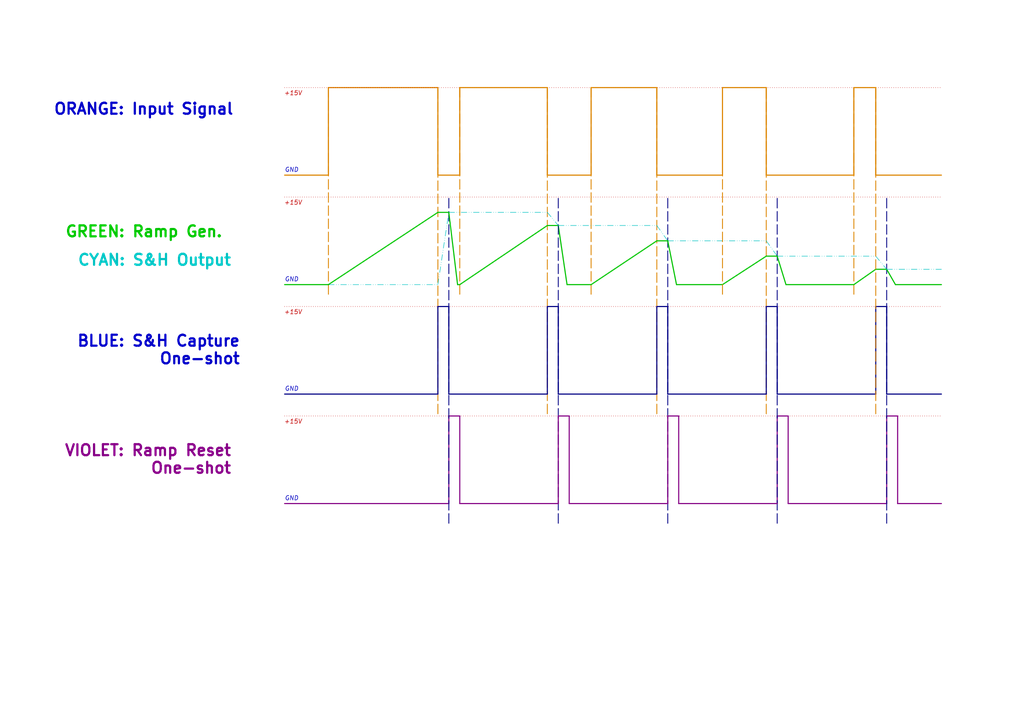
<source format=kicad_sch>
(kicad_sch (version 20230121) (generator eeschema)
  (paper "A4")
  (title_block (title "PWM Receiver/Demodulator Timing Diagram") (date "2024-03-16") (rev "0") (company "ZAM Industries, LLC") (comment 1 "Drawn By: Mark Vaughn"))
  (lib_symbols)
  (polyline (pts (xy 171.45 82.55) (xy 190.5 69.85)) (stroke (width 0.3175) (color 0 194 0 1)))
  (polyline (pts (xy 127 50.8) (xy 133.35 50.8)) (stroke (width 0.3175) (color 221 133 0 1)))
  (polyline (pts (xy 82.55 57.15) (xy 273.05 57.15)) (stroke (width 0) (type dot) (color 194 0 0 1)))
  (polyline (pts (xy 257.175 146.05) (xy 257.175 120.65)) (stroke (width 0.3175) (color 132 0 132 1)))
  (polyline (pts (xy 193.675 88.9) (xy 193.675 114.3)) (stroke (width 0.3175) (color 0 0 132 1)))
  (polyline (pts (xy 190.5 88.9) (xy 193.675 88.9)) (stroke (width 0.3175) (color 0 0 132 1)))
  (polyline (pts (xy 225.425 74.295) (xy 254 74.295)) (stroke (width 0) (type dash_dot_dot) (color 0 194 194 1)))
  (polyline (pts (xy 257.175 78.105) (xy 273.05 78.105)) (stroke (width 0) (type dash_dot_dot) (color 0 194 194 1)))
  (polyline (pts (xy 161.925 65.405) (xy 164.465 82.55)) (stroke (width 0.3175) (color 0 194 0 1)))
  (polyline (pts (xy 247.65 25.4) (xy 254 25.4)) (stroke (width 0.3175) (color 221 133 0 1)))
  (polyline (pts (xy 133.35 120.65) (xy 133.35 146.05)) (stroke (width 0.3175) (color 132 0 132 1)))
  (polyline (pts (xy 209.55 82.55) (xy 222.25 74.295)) (stroke (width 0.3175) (color 0 194 0 1)))
  (polyline (pts (xy 225.425 120.65) (xy 225.425 146.05)) (stroke (width 0.3175) (color 132 0 132 1)))
  (polyline (pts (xy 165.1 146.05) (xy 193.675 146.05)) (stroke (width 0.3175) (color 132 0 132 1)))
  (polyline (pts (xy 254 74.295) (xy 257.175 78.105)) (stroke (width 0) (type dash_dot_dot) (color 0 194 194 1)))
  (polyline (pts (xy 193.675 146.05) (xy 193.675 120.65)) (stroke (width 0.3175) (color 132 0 132 1)))
  (polyline (pts (xy 127 88.9) (xy 130.175 88.9)) (stroke (width 0.3175) (color 0 0 132 1)))
  (polyline (pts (xy 193.675 151.765) (xy 193.675 57.15)) (stroke (width 0.254) (type dash) (color 0 0 132 1)))
  (polyline (pts (xy 165.1 120.65) (xy 165.1 146.05)) (stroke (width 0.3175) (color 132 0 132 1)))
  (polyline (pts (xy 247.65 25.4) (xy 247.65 85.725)) (stroke (width 0.254) (type dash) (color 221 133 0 1)))
  (polyline (pts (xy 127 114.3) (xy 127 88.9)) (stroke (width 0.3175) (color 0 0 132 1)))
  (polyline (pts (xy 257.175 120.65) (xy 260.35 120.65)) (stroke (width 0.3175) (color 132 0 132 1)))
  (polyline (pts (xy 225.425 74.295) (xy 227.965 82.55)) (stroke (width 0.3175) (color 0 194 0 1)))
  (polyline (pts (xy 130.175 61.595) (xy 132.715 82.55)) (stroke (width 0.3175) (color 0 194 0 1)))
  (polyline (pts (xy 254 120.015) (xy 254 25.4)) (stroke (width 0.254) (type dash) (color 221 133 0 1)))
  (polyline (pts (xy 171.45 25.4) (xy 190.5 25.4)) (stroke (width 0.3175) (color 221 133 0 1)))
  (polyline (pts (xy 254 78.105) (xy 257.175 78.105)) (stroke (width 0.3175) (color 0 194 0 1)))
  (polyline (pts (xy 222.25 25.4) (xy 222.25 50.8)) (stroke (width 0.3175) (color 221 133 0 1)))
  (polyline (pts (xy 190.5 120.015) (xy 190.5 25.4)) (stroke (width 0.254) (type dash) (color 221 133 0 1)))
  (polyline (pts (xy 222.25 69.85) (xy 225.425 74.295)) (stroke (width 0) (type dash_dot_dot) (color 0 194 194 1)))
  (polyline (pts (xy 82.55 25.4) (xy 273.05 25.4)) (stroke (width 0) (type dot) (color 194 0 0 1)))
  (polyline (pts (xy 171.45 50.8) (xy 171.45 25.4)) (stroke (width 0.3175) (color 221 133 0 1)))
  (polyline (pts (xy 257.175 88.9) (xy 257.175 114.3)) (stroke (width 0.3175) (color 0 0 132 1)))
  (polyline (pts (xy 209.55 25.4) (xy 222.25 25.4)) (stroke (width 0.3175) (color 221 133 0 1)))
  (polyline (pts (xy 161.925 120.65) (xy 165.1 120.65)) (stroke (width 0.3175) (color 132 0 132 1)))
  (polyline (pts (xy 158.75 61.595) (xy 161.925 65.405)) (stroke (width 0) (type dash_dot_dot) (color 0 194 194 1)))
  (polyline (pts (xy 133.35 25.4) (xy 158.75 25.4)) (stroke (width 0.3175) (color 221 133 0 1)))
  (polyline (pts (xy 257.175 78.105) (xy 259.715 82.55)) (stroke (width 0.3175) (color 0 194 0 1)))
  (polyline (pts (xy 158.75 120.015) (xy 158.75 25.4)) (stroke (width 0.254) (type dash) (color 221 133 0 1)))
  (polyline (pts (xy 225.425 151.765) (xy 225.425 57.15)) (stroke (width 0.254) (type dash) (color 0 0 132 1)))
  (polyline (pts (xy 193.675 69.85) (xy 196.215 82.55)) (stroke (width 0.3175) (color 0 194 0 1)))
  (polyline (pts (xy 158.75 65.405) (xy 161.925 65.405)) (stroke (width 0.3175) (color 0 194 0 1)))
  (polyline (pts (xy 227.965 82.55) (xy 247.65 82.55)) (stroke (width 0.3175) (color 0 194 0 1)))
  (polyline (pts (xy 190.5 65.405) (xy 193.675 69.85)) (stroke (width 0) (type dash_dot_dot) (color 0 194 194 1)))
  (polyline (pts (xy 225.425 88.9) (xy 225.425 114.3)) (stroke (width 0.3175) (color 0 0 132 1)))
  (polyline (pts (xy 193.675 69.85) (xy 222.25 69.85)) (stroke (width 0) (type dash_dot_dot) (color 0 194 194 1)))
  (polyline (pts (xy 130.175 114.3) (xy 158.75 114.3)) (stroke (width 0.3175) (color 0 0 132 1)))
  (polyline (pts (xy 127 82.55) (xy 130.175 61.595)) (stroke (width 0) (type dash_dot_dot) (color 0 194 194 1)))
  (polyline (pts (xy 130.175 61.595) (xy 158.75 61.595)) (stroke (width 0) (type dash_dot_dot) (color 0 194 194 1)))
  (polyline (pts (xy 190.5 50.8) (xy 209.55 50.8)) (stroke (width 0.3175) (color 221 133 0 1)))
  (polyline (pts (xy 196.85 120.65) (xy 196.85 146.05)) (stroke (width 0.3175) (color 132 0 132 1)))
  (polyline (pts (xy 225.425 114.3) (xy 254 114.3)) (stroke (width 0.3175) (color 0 0 132 1)))
  (polyline (pts (xy 82.55 114.3) (xy 127 114.3)) (stroke (width 0.3175) (color 0 0 132 1)))
  (polyline (pts (xy 196.85 146.05) (xy 225.425 146.05)) (stroke (width 0.3175) (color 132 0 132 1)))
  (polyline (pts (xy 259.715 82.55) (xy 273.05 82.55)) (stroke (width 0.3175) (color 0 194 0 1)))
  (polyline (pts (xy 95.25 25.4) (xy 95.25 85.725)) (stroke (width 0.254) (type dash) (color 221 133 0 1)))
  (polyline (pts (xy 133.35 146.05) (xy 161.925 146.05)) (stroke (width 0.3175) (color 132 0 132 1)))
  (polyline (pts (xy 209.55 50.8) (xy 209.55 25.4)) (stroke (width 0.3175) (color 221 133 0 1)))
  (polyline (pts (xy 82.55 120.65) (xy 273.05 120.65)) (stroke (width 0) (type dot) (color 194 0 0 1)))
  (polyline (pts (xy 158.75 25.4) (xy 158.75 50.8)) (stroke (width 0.3175) (color 221 133 0 1)))
  (polyline (pts (xy 158.75 88.9) (xy 161.925 88.9)) (stroke (width 0.3175) (color 0 0 132 1)))
  (polyline (pts (xy 222.25 74.295) (xy 225.425 74.295)) (stroke (width 0.3175) (color 0 194 0 1)))
  (polyline (pts (xy 222.25 88.9) (xy 225.425 88.9)) (stroke (width 0.3175) (color 0 0 132 1)))
  (polyline (pts (xy 161.925 151.765) (xy 161.925 57.15)) (stroke (width 0.254) (type dash) (color 0 0 132 1)))
  (polyline (pts (xy 127 120.015) (xy 127 25.4)) (stroke (width 0.254) (type dash) (color 221 133 0 1)))
  (polyline (pts (xy 127 61.595) (xy 130.175 61.595)) (stroke (width 0.3175) (color 0 194 0 1)))
  (polyline (pts (xy 193.675 120.65) (xy 196.85 120.65)) (stroke (width 0.3175) (color 132 0 132 1)))
  (polyline (pts (xy 254 25.4) (xy 254 50.8)) (stroke (width 0.3175) (color 221 133 0 1)))
  (polyline (pts (xy 247.65 82.55) (xy 254 78.105)) (stroke (width 0.3175) (color 0 194 0 1)))
  (polyline (pts (xy 254 88.9) (xy 257.175 88.9)) (stroke (width 0.3175) (color 0 0 132 1)))
  (polyline (pts (xy 161.925 65.405) (xy 190.5 65.405)) (stroke (width 0) (type dash_dot_dot) (color 0 194 194 1)))
  (polyline (pts (xy 164.465 82.55) (xy 171.45 82.55)) (stroke (width 0.3175) (color 0 194 0 1)))
  (polyline (pts (xy 171.45 25.4) (xy 171.45 85.725)) (stroke (width 0.254) (type dash) (color 221 133 0 1)))
  (polyline (pts (xy 260.35 146.05) (xy 273.05 146.05)) (stroke (width 0.3175) (color 132 0 132 1)))
  (polyline (pts (xy 228.6 120.65) (xy 228.6 146.05)) (stroke (width 0.3175) (color 132 0 132 1)))
  (polyline (pts (xy 190.5 114.3) (xy 190.5 88.9)) (stroke (width 0.3175) (color 0 0 132 1)))
  (polyline (pts (xy 190.5 25.4) (xy 190.5 50.8)) (stroke (width 0.3175) (color 221 133 0 1)))
  (polyline (pts (xy 130.175 151.765) (xy 130.175 57.15)) (stroke (width 0.254) (type dash) (color 0 0 132 1)))
  (polyline (pts (xy 95.25 25.4) (xy 127 25.4)) (stroke (width 0.3175) (color 221 133 0 1)))
  (polyline (pts (xy 260.35 120.65) (xy 260.35 146.05)) (stroke (width 0.3175) (color 132 0 132 1)))
  (polyline (pts (xy 228.6 146.05) (xy 257.175 146.05)) (stroke (width 0.3175) (color 132 0 132 1)))
  (polyline (pts (xy 158.75 114.3) (xy 158.75 88.9)) (stroke (width 0.3175) (color 0 0 132 1)))
  (polyline (pts (xy 82.55 146.05) (xy 130.175 146.05)) (stroke (width 0.3175) (color 132 0 132 1)))
  (polyline (pts (xy 161.925 114.3) (xy 190.5 114.3)) (stroke (width 0.3175) (color 0 0 132 1)))
  (polyline (pts (xy 222.25 88.9) (xy 222.25 114.3)) (stroke (width 0.3175) (color 0 0 132 1)))
  (polyline (pts (xy 127 25.4) (xy 127 50.8)) (stroke (width 0.3175) (color 221 133 0 1)))
  (polyline (pts (xy 132.715 82.55) (xy 133.35 82.55)) (stroke (width 0.3175) (color 0 194 0 1)))
  (polyline (pts (xy 133.35 25.4) (xy 133.35 85.725)) (stroke (width 0.254) (type dash) (color 221 133 0 1)))
  (polyline (pts (xy 82.55 50.8) (xy 95.25 50.8)) (stroke (width 0.3175) (color 221 133 0 1)))
  (polyline (pts (xy 161.925 146.05) (xy 161.925 120.65)) (stroke (width 0.3175) (color 132 0 132 1)))
  (polyline (pts (xy 222.25 120.015) (xy 222.25 25.4)) (stroke (width 0.254) (type dash) (color 221 133 0 1)))
  (polyline (pts (xy 133.35 82.55) (xy 158.75 65.405)) (stroke (width 0.3175) (color 0 194 0 1)))
  (polyline (pts (xy 82.55 82.55) (xy 95.25 82.55)) (stroke (width 0.3175) (color 0 194 0 1)))
  (polyline (pts (xy 95.25 82.55) (xy 127 82.55)) (stroke (width 0) (type dash_dot_dot) (color 0 194 194 1)))
  (polyline (pts (xy 254 50.8) (xy 273.05 50.8)) (stroke (width 0.3175) (color 221 133 0 1)))
  (polyline (pts (xy 158.75 50.8) (xy 171.45 50.8)) (stroke (width 0.3175) (color 221 133 0 1)))
  (polyline (pts (xy 196.215 82.55) (xy 209.55 82.55)) (stroke (width 0.3175) (color 0 194 0 1)))
  (polyline (pts (xy 82.55 88.9) (xy 273.05 88.9)) (stroke (width 0) (type dot) (color 194 0 0 1)))
  (polyline (pts (xy 257.175 151.765) (xy 257.175 57.15)) (stroke (width 0.254) (type dash) (color 0 0 132 1)))
  (polyline (pts (xy 130.175 120.65) (xy 133.35 120.65)) (stroke (width 0.3175) (color 132 0 132 1)))
  (polyline (pts (xy 257.175 114.3) (xy 273.05 114.3)) (stroke (width 0.3175) (color 0 0 132 1)))
  (polyline (pts (xy 254 114.3) (xy 254 88.9)) (stroke (width 0.3175) (color 0 0 132 1)))
  (polyline (pts (xy 193.675 114.3) (xy 222.25 114.3)) (stroke (width 0.3175) (color 0 0 132 1)))
  (polyline (pts (xy 161.925 88.9) (xy 161.925 114.3)) (stroke (width 0.3175) (color 0 0 132 1)))
  (polyline (pts (xy 222.25 50.8) (xy 247.65 50.8)) (stroke (width 0.3175) (color 221 133 0 1)))
  (polyline (pts (xy 130.175 146.05) (xy 130.175 120.65)) (stroke (width 0.3175) (color 132 0 132 1)))
  (polyline (pts (xy 190.5 69.85) (xy 193.675 69.85)) (stroke (width 0.3175) (color 0 194 0 1)))
  (polyline (pts (xy 95.25 50.8) (xy 95.25 25.4)) (stroke (width 0.3175) (color 221 133 0 1)))
  (polyline (pts (xy 133.35 50.8) (xy 133.35 25.4)) (stroke (width 0.3175) (color 221 133 0 1)))
  (polyline (pts (xy 130.175 88.9) (xy 130.175 114.3)) (stroke (width 0.3175) (color 0 0 132 1)))
  (polyline (pts (xy 247.65 50.8) (xy 247.65 25.4)) (stroke (width 0.3175) (color 221 133 0 1)))
  (polyline (pts (xy 225.425 120.65) (xy 228.6 120.65)) (stroke (width 0.3175) (color 132 0 132 1)))
  (polyline (pts (xy 209.55 25.4) (xy 209.55 85.725)) (stroke (width 0.254) (type dash) (color 221 133 0 1)))
  (polyline (pts (xy 95.25 82.55) (xy 127 61.595)) (stroke (width 0.3175) (color 0 194 0 1)))
  (text "CYAN: S&H Output" (at 67.31 77.47 0) (effects (font (size 3.175 3.175) (thickness 0.635) bold) (justify right bottom)))
  (text "+15V" (at 87.63 91.44 0) (effects (font (size 1.27 1.27) italic) (justify right bottom)))
  (text "BLUE: S&H Capture\nOne-shot" (at 69.85 106.045 0) (effects (font (size 3.175 3.175) (thickness 0.635) bold) (justify right bottom)))
  (text "+15V" (at 87.63 59.69 0) (effects (font (size 1.27 1.27) italic) (justify right bottom)))
  (text "GND" (at 82.55 145.415 0) (effects (font (size 1.27 1.27) italic) (justify left bottom)))
  (text "GREEN: Ramp Gen." (at 64.77 69.215 0) (effects (font (size 3.175 3.175) (thickness 0.635) bold) (justify right bottom)))
  (text "+15V" (at 87.63 123.19 0) (effects (font (size 1.27 1.27) italic) (justify right bottom)))
  (text "VIOLET: Ramp Reset\nOne-shot" (at 67.31 137.795 0) (effects (font (size 3.175 3.175) (thickness 0.635) bold) (justify right bottom)))
  (text "GND" (at 82.55 113.665 0) (effects (font (size 1.27 1.27) italic) (justify left bottom)))
  (text "+15V" (at 87.63 27.94 0) (effects (font (size 1.27 1.27) italic) (justify right bottom)))
  (text "ORANGE: Input Signal" (at 67.945 33.655 0) (effects (font (size 3.175 3.175) (thickness 0.635) bold) (justify right bottom)))
  (text "GND" (at 82.55 50.165 0) (effects (font (size 1.27 1.27) italic) (justify left bottom)))
  (text "GND" (at 82.55 81.915 0) (effects (font (size 1.27 1.27) italic) (justify left bottom)))
)
</source>
